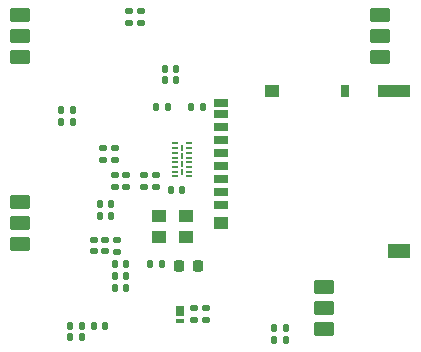
<source format=gbp>
G04 #@! TF.GenerationSoftware,KiCad,Pcbnew,9.0.1*
G04 #@! TF.CreationDate,2025-04-30T23:29:38-04:00*
G04 #@! TF.ProjectId,Control Board V2,436f6e74-726f-46c2-9042-6f6172642056,rev?*
G04 #@! TF.SameCoordinates,Original*
G04 #@! TF.FileFunction,Paste,Bot*
G04 #@! TF.FilePolarity,Positive*
%FSLAX46Y46*%
G04 Gerber Fmt 4.6, Leading zero omitted, Abs format (unit mm)*
G04 Created by KiCad (PCBNEW 9.0.1) date 2025-04-30 23:29:38*
%MOMM*%
%LPD*%
G01*
G04 APERTURE LIST*
G04 Aperture macros list*
%AMRoundRect*
0 Rectangle with rounded corners*
0 $1 Rounding radius*
0 $2 $3 $4 $5 $6 $7 $8 $9 X,Y pos of 4 corners*
0 Add a 4 corners polygon primitive as box body*
4,1,4,$2,$3,$4,$5,$6,$7,$8,$9,$2,$3,0*
0 Add four circle primitives for the rounded corners*
1,1,$1+$1,$2,$3*
1,1,$1+$1,$4,$5*
1,1,$1+$1,$6,$7*
1,1,$1+$1,$8,$9*
0 Add four rect primitives between the rounded corners*
20,1,$1+$1,$2,$3,$4,$5,0*
20,1,$1+$1,$4,$5,$6,$7,0*
20,1,$1+$1,$6,$7,$8,$9,0*
20,1,$1+$1,$8,$9,$2,$3,0*%
G04 Aperture macros list end*
%ADD10RoundRect,0.140000X0.140000X0.170000X-0.140000X0.170000X-0.140000X-0.170000X0.140000X-0.170000X0*%
%ADD11RoundRect,0.200000X-0.650000X-0.400000X0.650000X-0.400000X0.650000X0.400000X-0.650000X0.400000X0*%
%ADD12RoundRect,0.135000X0.185000X-0.135000X0.185000X0.135000X-0.185000X0.135000X-0.185000X-0.135000X0*%
%ADD13RoundRect,0.140000X-0.140000X-0.170000X0.140000X-0.170000X0.140000X0.170000X-0.140000X0.170000X0*%
%ADD14RoundRect,0.050000X-0.200000X0.050000X-0.200000X-0.050000X0.200000X-0.050000X0.200000X0.050000X0*%
%ADD15R,0.280000X0.490000*%
%ADD16RoundRect,0.135000X-0.135000X-0.185000X0.135000X-0.185000X0.135000X0.185000X-0.135000X0.185000X0*%
%ADD17R,1.300000X1.100000*%
%ADD18RoundRect,0.140000X0.170000X-0.140000X0.170000X0.140000X-0.170000X0.140000X-0.170000X-0.140000X0*%
%ADD19RoundRect,0.140000X-0.170000X0.140000X-0.170000X-0.140000X0.170000X-0.140000X0.170000X0.140000X0*%
%ADD20RoundRect,0.135000X-0.185000X0.135000X-0.185000X-0.135000X0.185000X-0.135000X0.185000X0.135000X0*%
%ADD21RoundRect,0.135000X0.135000X0.185000X-0.135000X0.185000X-0.135000X-0.185000X0.135000X-0.185000X0*%
%ADD22RoundRect,0.075000X-0.275000X0.390000X-0.275000X-0.390000X0.275000X-0.390000X0.275000X0.390000X0*%
%ADD23RoundRect,0.075000X-0.275000X0.075000X-0.275000X-0.075000X0.275000X-0.075000X0.275000X0.075000X0*%
%ADD24R,1.200000X0.700000*%
%ADD25R,0.800000X1.000000*%
%ADD26R,2.800000X1.000000*%
%ADD27R,1.200000X1.000000*%
%ADD28R,1.900000X1.300000*%
%ADD29RoundRect,0.218750X-0.218750X-0.256250X0.218750X-0.256250X0.218750X0.256250X-0.218750X0.256250X0*%
G04 APERTURE END LIST*
D10*
G04 #@! TO.C,C11*
X73460000Y-117000000D03*
X72500000Y-117000000D03*
G04 #@! TD*
D11*
G04 #@! TO.C,J30*
X59750000Y-121556000D03*
X59750000Y-119778000D03*
X59750000Y-118000000D03*
G04 #@! TD*
D12*
G04 #@! TO.C,R2*
X67940000Y-122260000D03*
X67940000Y-121240000D03*
G04 #@! TD*
D13*
G04 #@! TO.C,C2*
X67790000Y-124280000D03*
X68750000Y-124280000D03*
G04 #@! TD*
D11*
G04 #@! TO.C,J32*
X59750000Y-105778000D03*
X59750000Y-104000000D03*
X59750000Y-102222000D03*
G04 #@! TD*
D14*
G04 #@! TO.C,U5*
X74090000Y-113080000D03*
X74090000Y-113480000D03*
X74090000Y-113880000D03*
X74090000Y-114280000D03*
X74090000Y-114680000D03*
X74090000Y-115080000D03*
X74090000Y-115480000D03*
X74090000Y-115880000D03*
X72840000Y-115880000D03*
X72840000Y-115480000D03*
X72840000Y-115080000D03*
X72840000Y-114680000D03*
X72840000Y-114280000D03*
X72840000Y-113880000D03*
X72840000Y-113480000D03*
X72840000Y-113080000D03*
D15*
X73465000Y-115530000D03*
X73465000Y-114830000D03*
X73465000Y-114130000D03*
X73465000Y-113430000D03*
G04 #@! TD*
D16*
G04 #@! TO.C,R18*
X63240000Y-110250000D03*
X64260000Y-110250000D03*
G04 #@! TD*
D13*
G04 #@! TO.C,C30*
X81270000Y-129720000D03*
X82230000Y-129720000D03*
G04 #@! TD*
D10*
G04 #@! TO.C,C1*
X66980000Y-128500000D03*
X66020000Y-128500000D03*
G04 #@! TD*
D17*
G04 #@! TO.C,Y2*
X71500000Y-119200000D03*
X73800000Y-119200000D03*
X73800000Y-121000000D03*
X71500000Y-121000000D03*
G04 #@! TD*
D18*
G04 #@! TO.C,C33*
X67750000Y-114460000D03*
X67750000Y-113500000D03*
G04 #@! TD*
D19*
G04 #@! TO.C,C25*
X68750000Y-115770000D03*
X68750000Y-116730000D03*
G04 #@! TD*
D20*
G04 #@! TO.C,R9*
X75500000Y-126990000D03*
X75500000Y-128010000D03*
G04 #@! TD*
D10*
G04 #@! TO.C,C6*
X71730000Y-123250000D03*
X70770000Y-123250000D03*
G04 #@! TD*
D21*
G04 #@! TO.C,R7*
X75260000Y-110000000D03*
X74240000Y-110000000D03*
G04 #@! TD*
D13*
G04 #@! TO.C,C5*
X67790000Y-123250000D03*
X68750000Y-123250000D03*
G04 #@! TD*
D11*
G04 #@! TO.C,J31*
X85500000Y-128778000D03*
X85500000Y-127000000D03*
X85500000Y-125222000D03*
G04 #@! TD*
D13*
G04 #@! TO.C,C8*
X66520000Y-119250000D03*
X67480000Y-119250000D03*
G04 #@! TD*
D18*
G04 #@! TO.C,C35*
X66940000Y-122230000D03*
X66940000Y-121270000D03*
G04 #@! TD*
D16*
G04 #@! TO.C,R19*
X63240000Y-111250000D03*
X64260000Y-111250000D03*
G04 #@! TD*
D11*
G04 #@! TO.C,J33*
X90250000Y-105806000D03*
X90250000Y-104028000D03*
X90250000Y-102250000D03*
G04 #@! TD*
D18*
G04 #@! TO.C,C16*
X70250000Y-116750000D03*
X70250000Y-115790000D03*
G04 #@! TD*
D22*
G04 #@! TO.C,D5*
X73250000Y-127250000D03*
D23*
X73250000Y-128135000D03*
G04 #@! TD*
D13*
G04 #@! TO.C,C7*
X67790000Y-125310000D03*
X68750000Y-125310000D03*
G04 #@! TD*
D12*
G04 #@! TO.C,R22*
X66750000Y-114510000D03*
X66750000Y-113490000D03*
G04 #@! TD*
D20*
G04 #@! TO.C,R21*
X69000000Y-101890000D03*
X69000000Y-102910000D03*
G04 #@! TD*
D10*
G04 #@! TO.C,C3*
X64980000Y-128500000D03*
X64020000Y-128500000D03*
G04 #@! TD*
G04 #@! TO.C,C4*
X64980000Y-129500000D03*
X64020000Y-129500000D03*
G04 #@! TD*
D13*
G04 #@! TO.C,C31*
X81270000Y-128750000D03*
X82230000Y-128750000D03*
G04 #@! TD*
G04 #@! TO.C,C23*
X72020000Y-106750000D03*
X72980000Y-106750000D03*
G04 #@! TD*
D24*
G04 #@! TO.C,J2*
X76775000Y-118275000D03*
X76775000Y-117175000D03*
X76775000Y-116075000D03*
X76775000Y-114975000D03*
X76775000Y-113875000D03*
X76775000Y-112775000D03*
X76775000Y-111675000D03*
X76775000Y-110575000D03*
X76775000Y-109625000D03*
D25*
X87275000Y-108675000D03*
D26*
X91425000Y-108675000D03*
D27*
X81075000Y-108675000D03*
X76775000Y-119825000D03*
D28*
X91875000Y-122175000D03*
G04 #@! TD*
D20*
G04 #@! TO.C,R20*
X70000000Y-101890000D03*
X70000000Y-102910000D03*
G04 #@! TD*
D18*
G04 #@! TO.C,C17*
X71250000Y-116730000D03*
X71250000Y-115770000D03*
G04 #@! TD*
D13*
G04 #@! TO.C,C22*
X72020000Y-107750000D03*
X72980000Y-107750000D03*
G04 #@! TD*
D29*
G04 #@! TO.C,FB1*
X73212500Y-123500000D03*
X74787500Y-123500000D03*
G04 #@! TD*
D18*
G04 #@! TO.C,C36*
X66000000Y-122230000D03*
X66000000Y-121270000D03*
G04 #@! TD*
D21*
G04 #@! TO.C,R6*
X72260000Y-110000000D03*
X71240000Y-110000000D03*
G04 #@! TD*
D13*
G04 #@! TO.C,C9*
X66520000Y-118250000D03*
X67480000Y-118250000D03*
G04 #@! TD*
D19*
G04 #@! TO.C,C24*
X67750000Y-115770000D03*
X67750000Y-116730000D03*
G04 #@! TD*
D20*
G04 #@! TO.C,R8*
X74500000Y-126990000D03*
X74500000Y-128010000D03*
G04 #@! TD*
M02*

</source>
